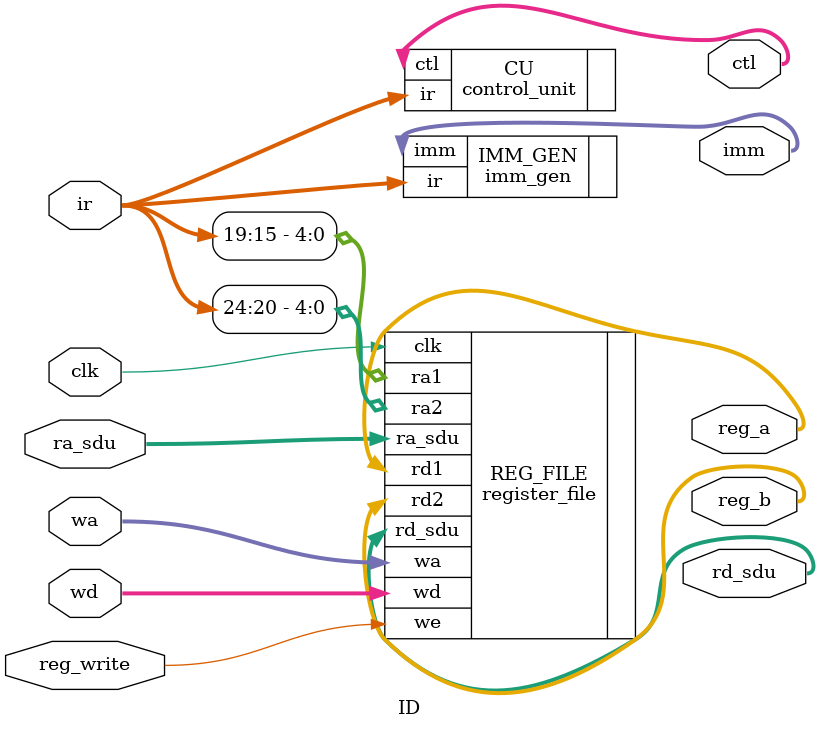
<source format=v>
`timescale 1ns / 1ps


module ID(
    input  clk,
    input  reg_write,           
    input  [4:0]  wa,
    input  [31:0] wd,           // 这三个信号由WB段提供   
    input  [31:0] ir,           // ID部分只需要ir
    input  [4:0]  ra_sdu,       // SDU读地址
    output [31:0] reg_a, reg_b,
    output [31:0] rd_sdu,       // SDU读出数据
    output [31:0] imm, ctl
    );

    register_file REG_FILE(
    	.clk    (clk),
        .ra1    (ir[19:15]),
        .ra2    (ir[24:20]),
        .ra_sdu (ra_sdu),
        .rd1    (reg_a),
        .rd2    (reg_b),
        .rd_sdu (rd_sdu),
        .wa     (wa),
        .wd     (wd),
        .we     (reg_write)
    );
    
    control_unit CU(
    	.ir  (ir),
        .ctl (ctl)
    );
    
    imm_gen IMM_GEN(
    	.ir  (ir),
        .imm (imm)
    );
    

endmodule

</source>
